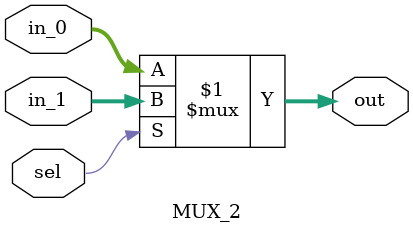
<source format=v>
`timescale 1ns / 1ps


module MUX_2
   #(parameter N = 32)
   (
    input [N-1:0] in_0,
    input [N-1:0] in_1,
    input sel,
    output [N-1:0] out
    );
    
    assign out = sel? in_1:in_0;
endmodule

</source>
